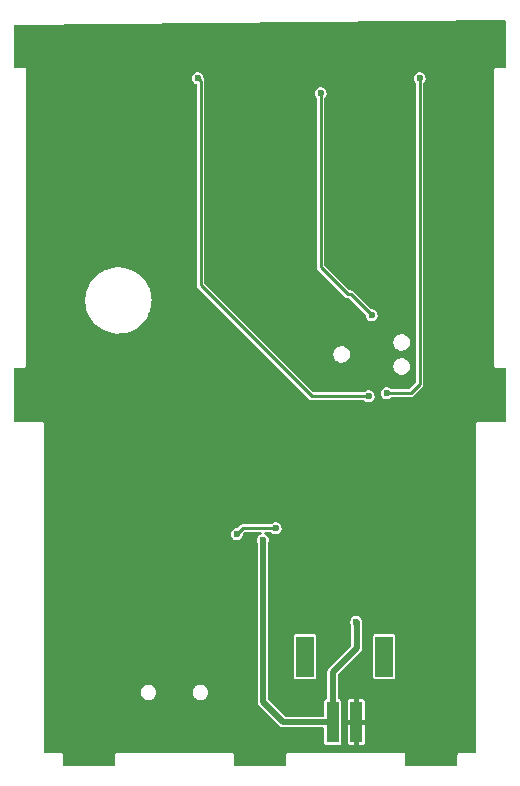
<source format=gbr>
%TF.GenerationSoftware,KiCad,Pcbnew,(5.99.0-10506-gb986797469)*%
%TF.CreationDate,2021-06-08T09:07:57+02:00*%
%TF.ProjectId,quadkey,71756164-6b65-4792-9e6b-696361645f70,rev?*%
%TF.SameCoordinates,Original*%
%TF.FileFunction,Copper,L2,Bot*%
%TF.FilePolarity,Positive*%
%FSLAX46Y46*%
G04 Gerber Fmt 4.6, Leading zero omitted, Abs format (unit mm)*
G04 Created by KiCad (PCBNEW (5.99.0-10506-gb986797469)) date 2021-06-08 09:07:57*
%MOMM*%
%LPD*%
G01*
G04 APERTURE LIST*
%TA.AperFunction,SMDPad,CuDef*%
%ADD10R,1.000000X3.500000*%
%TD*%
%TA.AperFunction,SMDPad,CuDef*%
%ADD11R,1.500000X3.400000*%
%TD*%
%TA.AperFunction,ViaPad*%
%ADD12C,0.600000*%
%TD*%
%TA.AperFunction,Conductor*%
%ADD13C,0.500000*%
%TD*%
%TA.AperFunction,Conductor*%
%ADD14C,0.250000*%
%TD*%
G04 APERTURE END LIST*
D10*
%TO.P,BT1,1,+*%
%TO.N,VBAT*%
X111776000Y-115980000D03*
%TO.P,BT1,2,-*%
%TO.N,GND*%
X113776000Y-115980000D03*
D11*
%TO.P,BT1,M*%
%TO.N,N/C*%
X109426000Y-110430000D03*
%TO.P,BT1,N*%
X116126000Y-110430000D03*
%TD*%
D12*
%TO.N,VBAT*%
X105860000Y-100560000D03*
X113760000Y-107480000D03*
%TO.N,GND*%
X88138000Y-72136000D03*
X108966000Y-97536000D03*
X121820000Y-78380000D03*
X120810000Y-104330000D03*
X98332800Y-116477200D03*
X105426000Y-65031000D03*
X105918000Y-97028000D03*
X94996000Y-98552000D03*
X116586000Y-80264000D03*
X94488000Y-102108000D03*
%TO.N,/mcu/RESET*%
X114808000Y-88392000D03*
X100330000Y-61468000D03*
%TO.N,/mcu/RX*%
X110744000Y-62738000D03*
X115062000Y-81534000D03*
%TO.N,/mcu/TX*%
X119126000Y-61468000D03*
X116332000Y-88138000D03*
%TO.N,Net-(R3-Pad1)*%
X106934000Y-99568000D03*
X103632000Y-100076000D03*
%TD*%
D13*
%TO.N,VBAT*%
X105860000Y-114242000D02*
X107598000Y-115980000D01*
X105860000Y-100560000D02*
X105860000Y-114242000D01*
X107598000Y-115980000D02*
X111776000Y-115980000D01*
X113810000Y-109710000D02*
X111776000Y-111744000D01*
X111776000Y-111744000D02*
X111776000Y-115980000D01*
X113810000Y-107530000D02*
X113810000Y-109710000D01*
X113760000Y-107480000D02*
X113810000Y-107530000D01*
D14*
%TO.N,/mcu/RESET*%
X100584000Y-78994000D02*
X109982000Y-88392000D01*
X100584000Y-61722000D02*
X100584000Y-78994000D01*
X109982000Y-88392000D02*
X114808000Y-88392000D01*
X100330000Y-61468000D02*
X100584000Y-61722000D01*
%TO.N,/mcu/RX*%
X110744000Y-77470000D02*
X110744000Y-62738000D01*
X113030000Y-79756000D02*
X110744000Y-77470000D01*
X113284000Y-79756000D02*
X113030000Y-79756000D01*
X115062000Y-81534000D02*
X113284000Y-79756000D01*
%TO.N,/mcu/TX*%
X118364000Y-88138000D02*
X119126000Y-87376000D01*
X116332000Y-88138000D02*
X118364000Y-88138000D01*
X119126000Y-87376000D02*
X119126000Y-61468000D01*
%TO.N,Net-(R3-Pad1)*%
X104140000Y-99568000D02*
X106934000Y-99568000D01*
X103632000Y-100076000D02*
X104140000Y-99568000D01*
%TD*%
%TA.AperFunction,Conductor*%
%TO.N,GND*%
G36*
X126433498Y-56588674D02*
G01*
X126469887Y-56637862D01*
X126475000Y-56669265D01*
X126475000Y-60476000D01*
X126456093Y-60534191D01*
X126406593Y-60570155D01*
X126376000Y-60575000D01*
X125603081Y-60575000D01*
X125602776Y-60575069D01*
X125601987Y-60575113D01*
X125590732Y-60575103D01*
X125590729Y-60575104D01*
X125579583Y-60575094D01*
X125568697Y-60580321D01*
X125547869Y-60587594D01*
X125546970Y-60587799D01*
X125546969Y-60587799D01*
X125536100Y-60590279D01*
X125527381Y-60597227D01*
X125526874Y-60597631D01*
X125508024Y-60609456D01*
X125497384Y-60614565D01*
X125490423Y-60623269D01*
X125490421Y-60623271D01*
X125489846Y-60623991D01*
X125474231Y-60639580D01*
X125464788Y-60647105D01*
X125459945Y-60657145D01*
X125459943Y-60657148D01*
X125459659Y-60657738D01*
X125447809Y-60676557D01*
X125440435Y-60685778D01*
X125437936Y-60696644D01*
X125437935Y-60696647D01*
X125437729Y-60697543D01*
X125430419Y-60718359D01*
X125430017Y-60719192D01*
X125430016Y-60719195D01*
X125425174Y-60729234D01*
X125425155Y-60751623D01*
X125425109Y-60752425D01*
X125425000Y-60752899D01*
X125425000Y-85796919D01*
X125425069Y-85797224D01*
X125425113Y-85798013D01*
X125425103Y-85809268D01*
X125425104Y-85809271D01*
X125425094Y-85820417D01*
X125429919Y-85830466D01*
X125430320Y-85831300D01*
X125437594Y-85852131D01*
X125440279Y-85863900D01*
X125447227Y-85872619D01*
X125447631Y-85873126D01*
X125459456Y-85891976D01*
X125464565Y-85902616D01*
X125473269Y-85909577D01*
X125473271Y-85909579D01*
X125473991Y-85910154D01*
X125489580Y-85925769D01*
X125497105Y-85935212D01*
X125507145Y-85940055D01*
X125507148Y-85940057D01*
X125507738Y-85940341D01*
X125526557Y-85952191D01*
X125535778Y-85959565D01*
X125546644Y-85962064D01*
X125546647Y-85962065D01*
X125547543Y-85962271D01*
X125568359Y-85969581D01*
X125569192Y-85969983D01*
X125569195Y-85969984D01*
X125579234Y-85974826D01*
X125601631Y-85974845D01*
X125602425Y-85974891D01*
X125602899Y-85975000D01*
X126376000Y-85975000D01*
X126434191Y-85993907D01*
X126470155Y-86043407D01*
X126475000Y-86074000D01*
X126475000Y-90476000D01*
X126456093Y-90534191D01*
X126406593Y-90570155D01*
X126376000Y-90575000D01*
X124103081Y-90575000D01*
X124102776Y-90575069D01*
X124101987Y-90575113D01*
X124090732Y-90575103D01*
X124090729Y-90575104D01*
X124079583Y-90575094D01*
X124068697Y-90580321D01*
X124047869Y-90587594D01*
X124046970Y-90587799D01*
X124046969Y-90587799D01*
X124036100Y-90590279D01*
X124027381Y-90597227D01*
X124026874Y-90597631D01*
X124008024Y-90609456D01*
X123997384Y-90614565D01*
X123990423Y-90623269D01*
X123990421Y-90623271D01*
X123989846Y-90623991D01*
X123974231Y-90639580D01*
X123964788Y-90647105D01*
X123959945Y-90657145D01*
X123959943Y-90657148D01*
X123959659Y-90657738D01*
X123947809Y-90676557D01*
X123940435Y-90685778D01*
X123937936Y-90696644D01*
X123937935Y-90696647D01*
X123937729Y-90697543D01*
X123930419Y-90718359D01*
X123930017Y-90719192D01*
X123930016Y-90719195D01*
X123925174Y-90729234D01*
X123925155Y-90751623D01*
X123925109Y-90752425D01*
X123925000Y-90752899D01*
X123925000Y-118476000D01*
X123906093Y-118534191D01*
X123856593Y-118570155D01*
X123826000Y-118575000D01*
X122503081Y-118575000D01*
X122502776Y-118575069D01*
X122501987Y-118575113D01*
X122490732Y-118575103D01*
X122490729Y-118575104D01*
X122479583Y-118575094D01*
X122468697Y-118580321D01*
X122447869Y-118587594D01*
X122446970Y-118587799D01*
X122446969Y-118587799D01*
X122436100Y-118590279D01*
X122427381Y-118597227D01*
X122426874Y-118597631D01*
X122408024Y-118609456D01*
X122397384Y-118614565D01*
X122390423Y-118623269D01*
X122390421Y-118623271D01*
X122389846Y-118623991D01*
X122374231Y-118639580D01*
X122364788Y-118647105D01*
X122359945Y-118657145D01*
X122359943Y-118657148D01*
X122359659Y-118657738D01*
X122347809Y-118676557D01*
X122340435Y-118685778D01*
X122337936Y-118696644D01*
X122337935Y-118696647D01*
X122337729Y-118697543D01*
X122330419Y-118718359D01*
X122330017Y-118719192D01*
X122330016Y-118719195D01*
X122325174Y-118729234D01*
X122325155Y-118751623D01*
X122325109Y-118752425D01*
X122325000Y-118752899D01*
X122325000Y-119576000D01*
X122306093Y-119634191D01*
X122256593Y-119670155D01*
X122226000Y-119675000D01*
X118024000Y-119675000D01*
X117965809Y-119656093D01*
X117929845Y-119606593D01*
X117925000Y-119576000D01*
X117925000Y-118753081D01*
X117924931Y-118752776D01*
X117924887Y-118751987D01*
X117924897Y-118740732D01*
X117924896Y-118740729D01*
X117924906Y-118729583D01*
X117919679Y-118718697D01*
X117912406Y-118697869D01*
X117912201Y-118696970D01*
X117912201Y-118696969D01*
X117909721Y-118686100D01*
X117902369Y-118676874D01*
X117890544Y-118658024D01*
X117890260Y-118657433D01*
X117885435Y-118647384D01*
X117876731Y-118640423D01*
X117876729Y-118640421D01*
X117876009Y-118639846D01*
X117860420Y-118624231D01*
X117852895Y-118614788D01*
X117842855Y-118609945D01*
X117842852Y-118609943D01*
X117842262Y-118609659D01*
X117823443Y-118597809D01*
X117814222Y-118590435D01*
X117803356Y-118587936D01*
X117803353Y-118587935D01*
X117802457Y-118587729D01*
X117781641Y-118580419D01*
X117780808Y-118580017D01*
X117780805Y-118580016D01*
X117770766Y-118575174D01*
X117748369Y-118575155D01*
X117747575Y-118575109D01*
X117747101Y-118575000D01*
X108003081Y-118575000D01*
X108002776Y-118575069D01*
X108001987Y-118575113D01*
X107990732Y-118575103D01*
X107990729Y-118575104D01*
X107979583Y-118575094D01*
X107968697Y-118580321D01*
X107947869Y-118587594D01*
X107946970Y-118587799D01*
X107946969Y-118587799D01*
X107936100Y-118590279D01*
X107927381Y-118597227D01*
X107926874Y-118597631D01*
X107908024Y-118609456D01*
X107897384Y-118614565D01*
X107890423Y-118623269D01*
X107890421Y-118623271D01*
X107889846Y-118623991D01*
X107874231Y-118639580D01*
X107864788Y-118647105D01*
X107859945Y-118657145D01*
X107859943Y-118657148D01*
X107859659Y-118657738D01*
X107847809Y-118676557D01*
X107840435Y-118685778D01*
X107837936Y-118696644D01*
X107837935Y-118696647D01*
X107837729Y-118697543D01*
X107830419Y-118718359D01*
X107830017Y-118719192D01*
X107830016Y-118719195D01*
X107825174Y-118729234D01*
X107825155Y-118751623D01*
X107825109Y-118752425D01*
X107825000Y-118752899D01*
X107825000Y-119576000D01*
X107806093Y-119634191D01*
X107756593Y-119670155D01*
X107726000Y-119675000D01*
X103524000Y-119675000D01*
X103465809Y-119656093D01*
X103429845Y-119606593D01*
X103425000Y-119576000D01*
X103425000Y-118753081D01*
X103424931Y-118752776D01*
X103424887Y-118751987D01*
X103424897Y-118740732D01*
X103424896Y-118740729D01*
X103424906Y-118729583D01*
X103419679Y-118718697D01*
X103412406Y-118697869D01*
X103412201Y-118696970D01*
X103412201Y-118696969D01*
X103409721Y-118686100D01*
X103402369Y-118676874D01*
X103390544Y-118658024D01*
X103390260Y-118657433D01*
X103385435Y-118647384D01*
X103376731Y-118640423D01*
X103376729Y-118640421D01*
X103376009Y-118639846D01*
X103360420Y-118624231D01*
X103352895Y-118614788D01*
X103342855Y-118609945D01*
X103342852Y-118609943D01*
X103342262Y-118609659D01*
X103323443Y-118597809D01*
X103314222Y-118590435D01*
X103303356Y-118587936D01*
X103303353Y-118587935D01*
X103302457Y-118587729D01*
X103281641Y-118580419D01*
X103280808Y-118580017D01*
X103280805Y-118580016D01*
X103270766Y-118575174D01*
X103248369Y-118575155D01*
X103247575Y-118575109D01*
X103247101Y-118575000D01*
X93503081Y-118575000D01*
X93502776Y-118575069D01*
X93501987Y-118575113D01*
X93490732Y-118575103D01*
X93490729Y-118575104D01*
X93479583Y-118575094D01*
X93468697Y-118580321D01*
X93447869Y-118587594D01*
X93446970Y-118587799D01*
X93446969Y-118587799D01*
X93436100Y-118590279D01*
X93427381Y-118597227D01*
X93426874Y-118597631D01*
X93408024Y-118609456D01*
X93397384Y-118614565D01*
X93390423Y-118623269D01*
X93390421Y-118623271D01*
X93389846Y-118623991D01*
X93374231Y-118639580D01*
X93364788Y-118647105D01*
X93359945Y-118657145D01*
X93359943Y-118657148D01*
X93359659Y-118657738D01*
X93347809Y-118676557D01*
X93340435Y-118685778D01*
X93337936Y-118696644D01*
X93337935Y-118696647D01*
X93337729Y-118697543D01*
X93330419Y-118718359D01*
X93330017Y-118719192D01*
X93330016Y-118719195D01*
X93325174Y-118729234D01*
X93325155Y-118751623D01*
X93325109Y-118752425D01*
X93325000Y-118752899D01*
X93325000Y-119576000D01*
X93306093Y-119634191D01*
X93256593Y-119670155D01*
X93226000Y-119675000D01*
X89024000Y-119675000D01*
X88965809Y-119656093D01*
X88929845Y-119606593D01*
X88925000Y-119576000D01*
X88925000Y-118753081D01*
X88924931Y-118752776D01*
X88924887Y-118751987D01*
X88924897Y-118740732D01*
X88924896Y-118740729D01*
X88924906Y-118729583D01*
X88919679Y-118718697D01*
X88912406Y-118697869D01*
X88912201Y-118696970D01*
X88912201Y-118696969D01*
X88909721Y-118686100D01*
X88902369Y-118676874D01*
X88890544Y-118658024D01*
X88890260Y-118657433D01*
X88885435Y-118647384D01*
X88876731Y-118640423D01*
X88876729Y-118640421D01*
X88876009Y-118639846D01*
X88860420Y-118624231D01*
X88852895Y-118614788D01*
X88842855Y-118609945D01*
X88842852Y-118609943D01*
X88842262Y-118609659D01*
X88823443Y-118597809D01*
X88814222Y-118590435D01*
X88803356Y-118587936D01*
X88803353Y-118587935D01*
X88802457Y-118587729D01*
X88781641Y-118580419D01*
X88780808Y-118580017D01*
X88780805Y-118580016D01*
X88770766Y-118575174D01*
X88748369Y-118575155D01*
X88747575Y-118575109D01*
X88747101Y-118575000D01*
X87424000Y-118575000D01*
X87365809Y-118556093D01*
X87329845Y-118506593D01*
X87325000Y-118476000D01*
X87325000Y-113371817D01*
X95527608Y-113371817D01*
X95527608Y-113537383D01*
X95529156Y-113543414D01*
X95529157Y-113543418D01*
X95546941Y-113612679D01*
X95568783Y-113697746D01*
X95571784Y-113703204D01*
X95645545Y-113837378D01*
X95645548Y-113837382D01*
X95648544Y-113842832D01*
X95652803Y-113847368D01*
X95652805Y-113847370D01*
X95757618Y-113958985D01*
X95757621Y-113958987D01*
X95761881Y-113963524D01*
X95820313Y-114000606D01*
X95896417Y-114048903D01*
X95896420Y-114048905D01*
X95901673Y-114052238D01*
X95907590Y-114054161D01*
X95907593Y-114054162D01*
X95987487Y-114080121D01*
X96059135Y-114103401D01*
X96224373Y-114113797D01*
X96387006Y-114082773D01*
X96498086Y-114030503D01*
X96531179Y-114014931D01*
X96531181Y-114014930D01*
X96536814Y-114012279D01*
X96664384Y-113906743D01*
X96761701Y-113772798D01*
X96822649Y-113618860D01*
X96843400Y-113454600D01*
X96832942Y-113371817D01*
X99921808Y-113371817D01*
X99921808Y-113537383D01*
X99923356Y-113543414D01*
X99923357Y-113543418D01*
X99941141Y-113612679D01*
X99962983Y-113697746D01*
X99965984Y-113703204D01*
X100039745Y-113837378D01*
X100039748Y-113837382D01*
X100042744Y-113842832D01*
X100047003Y-113847368D01*
X100047005Y-113847370D01*
X100151818Y-113958985D01*
X100151821Y-113958987D01*
X100156081Y-113963524D01*
X100214513Y-114000606D01*
X100290617Y-114048903D01*
X100290620Y-114048905D01*
X100295873Y-114052238D01*
X100301790Y-114054161D01*
X100301793Y-114054162D01*
X100381687Y-114080121D01*
X100453335Y-114103401D01*
X100618573Y-114113797D01*
X100781206Y-114082773D01*
X100892286Y-114030503D01*
X100925379Y-114014931D01*
X100925381Y-114014930D01*
X100931014Y-114012279D01*
X101058584Y-113906743D01*
X101155901Y-113772798D01*
X101216849Y-113618860D01*
X101237600Y-113454600D01*
X101216849Y-113290340D01*
X101155901Y-113136402D01*
X101058584Y-113002457D01*
X100931014Y-112896921D01*
X100925381Y-112894270D01*
X100925379Y-112894269D01*
X100842008Y-112855038D01*
X100781206Y-112826427D01*
X100618573Y-112795403D01*
X100453335Y-112805799D01*
X100447410Y-112807724D01*
X100447411Y-112807724D01*
X100301793Y-112855038D01*
X100301790Y-112855039D01*
X100295873Y-112856962D01*
X100290620Y-112860295D01*
X100290617Y-112860297D01*
X100237086Y-112894269D01*
X100156081Y-112945676D01*
X100151821Y-112950213D01*
X100151818Y-112950215D01*
X100106487Y-112998488D01*
X100042744Y-113066368D01*
X100039748Y-113071818D01*
X100039745Y-113071822D01*
X100007011Y-113131366D01*
X99962983Y-113211454D01*
X99961435Y-113217484D01*
X99961434Y-113217486D01*
X99923357Y-113365782D01*
X99923356Y-113365786D01*
X99921808Y-113371817D01*
X96832942Y-113371817D01*
X96822649Y-113290340D01*
X96761701Y-113136402D01*
X96664384Y-113002457D01*
X96536814Y-112896921D01*
X96531181Y-112894270D01*
X96531179Y-112894269D01*
X96447808Y-112855038D01*
X96387006Y-112826427D01*
X96224373Y-112795403D01*
X96059135Y-112805799D01*
X96053210Y-112807724D01*
X96053211Y-112807724D01*
X95907593Y-112855038D01*
X95907590Y-112855039D01*
X95901673Y-112856962D01*
X95896420Y-112860295D01*
X95896417Y-112860297D01*
X95842886Y-112894269D01*
X95761881Y-112945676D01*
X95757621Y-112950213D01*
X95757618Y-112950215D01*
X95712287Y-112998488D01*
X95648544Y-113066368D01*
X95645548Y-113071818D01*
X95645545Y-113071822D01*
X95612811Y-113131366D01*
X95568783Y-113211454D01*
X95567235Y-113217484D01*
X95567234Y-113217486D01*
X95529157Y-113365782D01*
X95529156Y-113365786D01*
X95527608Y-113371817D01*
X87325000Y-113371817D01*
X87325000Y-100069824D01*
X103126538Y-100069824D01*
X103127453Y-100076822D01*
X103140824Y-100179074D01*
X103145121Y-100211939D01*
X103147962Y-100218395D01*
X103147962Y-100218396D01*
X103149870Y-100222731D01*
X103202845Y-100343126D01*
X103295068Y-100452838D01*
X103300939Y-100456746D01*
X103300940Y-100456747D01*
X103313235Y-100464931D01*
X103414377Y-100532257D01*
X103421104Y-100534359D01*
X103421107Y-100534360D01*
X103544448Y-100572894D01*
X103544449Y-100572894D01*
X103551180Y-100574997D01*
X103622831Y-100576311D01*
X103687427Y-100577495D01*
X103687429Y-100577495D01*
X103694481Y-100577624D01*
X103701284Y-100575769D01*
X103701286Y-100575769D01*
X103773033Y-100556208D01*
X103832758Y-100539925D01*
X103954897Y-100464931D01*
X103990945Y-100425106D01*
X104046346Y-100363900D01*
X104046346Y-100363899D01*
X104051078Y-100358672D01*
X104113570Y-100229689D01*
X104116557Y-100211939D01*
X104136715Y-100092120D01*
X104136715Y-100092117D01*
X104137349Y-100088350D01*
X104137500Y-100076000D01*
X104138034Y-100076007D01*
X104152462Y-100019303D01*
X104166161Y-100002166D01*
X104245831Y-99922496D01*
X104300348Y-99894719D01*
X104315835Y-99893500D01*
X105664428Y-99893500D01*
X105722619Y-99912407D01*
X105758583Y-99961907D01*
X105758583Y-100023093D01*
X105722619Y-100072593D01*
X105691633Y-100087689D01*
X105660369Y-100096624D01*
X105660367Y-100096625D01*
X105653589Y-100098562D01*
X105532375Y-100175042D01*
X105437499Y-100282469D01*
X105376588Y-100412206D01*
X105354538Y-100553824D01*
X105355453Y-100560822D01*
X105357408Y-100575769D01*
X105373121Y-100695939D01*
X105375962Y-100702395D01*
X105375962Y-100702396D01*
X105401116Y-100759562D01*
X105409500Y-100799434D01*
X105409500Y-114210123D01*
X105408814Y-114221759D01*
X105404725Y-114256308D01*
X105406054Y-114263585D01*
X105406054Y-114263588D01*
X105415337Y-114314414D01*
X105415846Y-114317471D01*
X105424636Y-114375935D01*
X105427761Y-114382443D01*
X105429058Y-114389545D01*
X105432469Y-114396111D01*
X105432469Y-114396112D01*
X105456293Y-114441975D01*
X105457682Y-114444754D01*
X105483265Y-114498029D01*
X105487368Y-114502468D01*
X105488892Y-114504729D01*
X105491493Y-114509736D01*
X105496525Y-114515628D01*
X105534951Y-114554054D01*
X105537644Y-114556856D01*
X105575202Y-114597486D01*
X105581077Y-114600899D01*
X105587958Y-114607061D01*
X107256915Y-116276018D01*
X107264651Y-116284724D01*
X107286189Y-116312045D01*
X107334819Y-116345655D01*
X107337310Y-116347436D01*
X107378903Y-116378158D01*
X107378907Y-116378160D01*
X107384857Y-116382555D01*
X107391669Y-116384947D01*
X107397608Y-116389052D01*
X107404669Y-116391285D01*
X107453933Y-116406865D01*
X107456885Y-116407850D01*
X107505661Y-116424979D01*
X107505665Y-116424980D01*
X107512648Y-116427432D01*
X107518689Y-116427669D01*
X107521365Y-116428191D01*
X107526744Y-116429892D01*
X107532365Y-116430334D01*
X107532368Y-116430335D01*
X107532454Y-116430341D01*
X107534469Y-116430500D01*
X107588787Y-116430500D01*
X107592673Y-116430576D01*
X107640590Y-116432459D01*
X107640593Y-116432459D01*
X107647984Y-116432749D01*
X107654551Y-116431008D01*
X107663776Y-116430500D01*
X110971500Y-116430500D01*
X111029691Y-116449407D01*
X111065655Y-116498907D01*
X111070500Y-116529500D01*
X111070500Y-117730000D01*
X111086143Y-117808641D01*
X111130690Y-117875310D01*
X111197359Y-117919857D01*
X111206922Y-117921759D01*
X111206924Y-117921760D01*
X111232047Y-117926757D01*
X111276000Y-117935500D01*
X112276000Y-117935500D01*
X112319953Y-117926757D01*
X112345076Y-117921760D01*
X112345078Y-117921759D01*
X112354641Y-117919857D01*
X112421310Y-117875310D01*
X112465857Y-117808641D01*
X112481500Y-117730000D01*
X112481500Y-116188243D01*
X113071000Y-116188243D01*
X113071000Y-117725142D01*
X113071948Y-117734763D01*
X113084703Y-117798888D01*
X113092022Y-117816557D01*
X113125624Y-117866847D01*
X113139153Y-117880376D01*
X113189443Y-117913978D01*
X113207112Y-117921297D01*
X113271237Y-117934052D01*
X113280858Y-117935000D01*
X113560320Y-117935000D01*
X113573005Y-117930878D01*
X113576000Y-117926757D01*
X113576000Y-116195680D01*
X113573583Y-116188243D01*
X113976000Y-116188243D01*
X113976000Y-117919320D01*
X113980122Y-117932005D01*
X113984243Y-117935000D01*
X114271142Y-117935000D01*
X114280763Y-117934052D01*
X114344888Y-117921297D01*
X114362557Y-117913978D01*
X114412847Y-117880376D01*
X114426376Y-117866847D01*
X114459978Y-117816557D01*
X114467297Y-117798888D01*
X114480052Y-117734763D01*
X114481000Y-117725142D01*
X114481000Y-116195680D01*
X114476878Y-116182995D01*
X114472757Y-116180000D01*
X113991680Y-116180000D01*
X113978995Y-116184122D01*
X113976000Y-116188243D01*
X113573583Y-116188243D01*
X113571878Y-116182995D01*
X113567757Y-116180000D01*
X113086680Y-116180000D01*
X113073995Y-116184122D01*
X113071000Y-116188243D01*
X112481500Y-116188243D01*
X112481500Y-114234858D01*
X113071000Y-114234858D01*
X113071000Y-115764320D01*
X113075122Y-115777005D01*
X113079243Y-115780000D01*
X113560320Y-115780000D01*
X113573005Y-115775878D01*
X113576000Y-115771757D01*
X113576000Y-114040680D01*
X113573583Y-114033243D01*
X113976000Y-114033243D01*
X113976000Y-115764320D01*
X113980122Y-115777005D01*
X113984243Y-115780000D01*
X114465320Y-115780000D01*
X114478005Y-115775878D01*
X114481000Y-115771757D01*
X114481000Y-114234858D01*
X114480052Y-114225237D01*
X114467297Y-114161112D01*
X114459978Y-114143443D01*
X114426376Y-114093153D01*
X114412847Y-114079624D01*
X114362557Y-114046022D01*
X114344888Y-114038703D01*
X114280763Y-114025948D01*
X114271142Y-114025000D01*
X113991680Y-114025000D01*
X113978995Y-114029122D01*
X113976000Y-114033243D01*
X113573583Y-114033243D01*
X113571878Y-114027995D01*
X113567757Y-114025000D01*
X113280858Y-114025000D01*
X113271237Y-114025948D01*
X113207112Y-114038703D01*
X113189443Y-114046022D01*
X113139153Y-114079624D01*
X113125624Y-114093153D01*
X113092022Y-114143443D01*
X113084703Y-114161112D01*
X113071948Y-114225237D01*
X113071000Y-114234858D01*
X112481500Y-114234858D01*
X112481500Y-114230000D01*
X112465857Y-114151359D01*
X112421310Y-114084690D01*
X112354641Y-114040143D01*
X112345075Y-114038240D01*
X112345072Y-114038239D01*
X112306185Y-114030503D01*
X112252801Y-114000606D01*
X112227186Y-113945041D01*
X112226500Y-113933406D01*
X112226500Y-111971611D01*
X112245407Y-111913420D01*
X112255496Y-111901607D01*
X114106018Y-110051085D01*
X114114724Y-110043349D01*
X114142045Y-110021811D01*
X114175655Y-109973181D01*
X114177436Y-109970690D01*
X114208158Y-109929097D01*
X114208160Y-109929093D01*
X114212555Y-109923143D01*
X114214947Y-109916331D01*
X114219052Y-109910392D01*
X114236875Y-109854035D01*
X114237843Y-109851132D01*
X114257431Y-109795352D01*
X114257668Y-109789319D01*
X114258191Y-109786634D01*
X114259892Y-109781256D01*
X114260500Y-109773531D01*
X114260500Y-109719203D01*
X114260576Y-109715316D01*
X114262458Y-109667410D01*
X114262749Y-109660016D01*
X114261008Y-109653449D01*
X114260500Y-109644224D01*
X114260500Y-108730000D01*
X115170500Y-108730000D01*
X115170500Y-112130000D01*
X115186143Y-112208641D01*
X115230690Y-112275310D01*
X115297359Y-112319857D01*
X115306922Y-112321759D01*
X115306924Y-112321760D01*
X115332200Y-112326787D01*
X115376000Y-112335500D01*
X116876000Y-112335500D01*
X116919800Y-112326787D01*
X116945076Y-112321760D01*
X116945078Y-112321759D01*
X116954641Y-112319857D01*
X117021310Y-112275310D01*
X117065857Y-112208641D01*
X117081500Y-112130000D01*
X117081500Y-108730000D01*
X117065857Y-108651359D01*
X117021310Y-108584690D01*
X116954641Y-108540143D01*
X116945078Y-108538241D01*
X116945076Y-108538240D01*
X116919800Y-108533213D01*
X116876000Y-108524500D01*
X115376000Y-108524500D01*
X115332200Y-108533213D01*
X115306924Y-108538240D01*
X115306922Y-108538241D01*
X115297359Y-108540143D01*
X115230690Y-108584690D01*
X115186143Y-108651359D01*
X115170500Y-108730000D01*
X114260500Y-108730000D01*
X114260500Y-107561878D01*
X114261186Y-107550242D01*
X114264405Y-107523041D01*
X114265275Y-107515693D01*
X114264114Y-107509337D01*
X114264394Y-107499681D01*
X114264713Y-107496131D01*
X114265349Y-107492350D01*
X114265500Y-107480000D01*
X114245182Y-107338123D01*
X114185860Y-107207651D01*
X114092303Y-107099074D01*
X113972033Y-107021118D01*
X113965275Y-107019097D01*
X113965273Y-107019096D01*
X113841479Y-106982074D01*
X113834718Y-106980052D01*
X113748694Y-106979527D01*
X113698448Y-106979220D01*
X113691396Y-106979177D01*
X113684620Y-106981114D01*
X113684617Y-106981114D01*
X113560369Y-107016624D01*
X113560367Y-107016625D01*
X113553589Y-107018562D01*
X113432375Y-107095042D01*
X113337499Y-107202469D01*
X113276588Y-107332206D01*
X113254538Y-107473824D01*
X113273121Y-107615939D01*
X113330845Y-107747126D01*
X113335383Y-107752525D01*
X113335384Y-107752526D01*
X113336281Y-107753593D01*
X113336715Y-107754664D01*
X113339110Y-107758512D01*
X113338442Y-107758928D01*
X113359253Y-107810303D01*
X113359500Y-107817297D01*
X113359500Y-109482388D01*
X113340593Y-109540579D01*
X113330504Y-109552392D01*
X111479977Y-111402919D01*
X111471262Y-111410661D01*
X111443955Y-111432189D01*
X111439747Y-111438278D01*
X111410369Y-111480783D01*
X111408562Y-111483312D01*
X111373445Y-111530858D01*
X111371054Y-111537668D01*
X111366948Y-111543608D01*
X111364717Y-111550661D01*
X111364715Y-111550666D01*
X111349127Y-111599957D01*
X111348160Y-111602856D01*
X111328568Y-111658648D01*
X111328331Y-111664688D01*
X111327809Y-111667367D01*
X111326108Y-111672744D01*
X111325500Y-111680469D01*
X111325500Y-111734787D01*
X111325424Y-111738673D01*
X111323251Y-111793984D01*
X111324992Y-111800551D01*
X111325500Y-111809776D01*
X111325500Y-113933406D01*
X111306593Y-113991597D01*
X111257093Y-114027561D01*
X111245815Y-114030503D01*
X111206928Y-114038239D01*
X111206925Y-114038240D01*
X111197359Y-114040143D01*
X111130690Y-114084690D01*
X111086143Y-114151359D01*
X111070500Y-114230000D01*
X111070500Y-115430500D01*
X111051593Y-115488691D01*
X111002093Y-115524655D01*
X110971500Y-115529500D01*
X107825612Y-115529500D01*
X107767421Y-115510593D01*
X107755608Y-115500504D01*
X106339496Y-114084392D01*
X106311719Y-114029875D01*
X106310500Y-114014388D01*
X106310500Y-108730000D01*
X108470500Y-108730000D01*
X108470500Y-112130000D01*
X108486143Y-112208641D01*
X108530690Y-112275310D01*
X108597359Y-112319857D01*
X108606922Y-112321759D01*
X108606924Y-112321760D01*
X108632200Y-112326787D01*
X108676000Y-112335500D01*
X110176000Y-112335500D01*
X110219800Y-112326787D01*
X110245076Y-112321760D01*
X110245078Y-112321759D01*
X110254641Y-112319857D01*
X110321310Y-112275310D01*
X110365857Y-112208641D01*
X110381500Y-112130000D01*
X110381500Y-108730000D01*
X110365857Y-108651359D01*
X110321310Y-108584690D01*
X110254641Y-108540143D01*
X110245078Y-108538241D01*
X110245076Y-108538240D01*
X110219800Y-108533213D01*
X110176000Y-108524500D01*
X108676000Y-108524500D01*
X108632200Y-108533213D01*
X108606924Y-108538240D01*
X108606922Y-108538241D01*
X108597359Y-108540143D01*
X108530690Y-108584690D01*
X108486143Y-108651359D01*
X108470500Y-108730000D01*
X106310500Y-108730000D01*
X106310500Y-100800537D01*
X106320406Y-100757371D01*
X106338494Y-100720038D01*
X106338494Y-100720037D01*
X106341570Y-100713689D01*
X106344557Y-100695939D01*
X106364715Y-100576120D01*
X106364715Y-100576117D01*
X106365349Y-100572350D01*
X106365500Y-100560000D01*
X106345182Y-100418123D01*
X106320529Y-100363900D01*
X106288780Y-100294073D01*
X106288780Y-100294072D01*
X106285860Y-100287651D01*
X106192303Y-100179074D01*
X106072033Y-100101118D01*
X106065275Y-100099097D01*
X106065273Y-100099096D01*
X106025993Y-100087349D01*
X105975659Y-100052561D01*
X105955386Y-99994832D01*
X105972918Y-99936212D01*
X106021557Y-99899092D01*
X106054359Y-99893500D01*
X106507802Y-99893500D01*
X106565993Y-99912407D01*
X106583585Y-99928798D01*
X106592529Y-99939439D01*
X106592532Y-99939441D01*
X106597068Y-99944838D01*
X106602939Y-99948746D01*
X106602940Y-99948747D01*
X106615235Y-99956931D01*
X106716377Y-100024257D01*
X106723104Y-100026359D01*
X106723107Y-100026360D01*
X106846448Y-100064894D01*
X106846449Y-100064894D01*
X106853180Y-100066997D01*
X106924830Y-100068310D01*
X106989427Y-100069495D01*
X106989429Y-100069495D01*
X106996481Y-100069624D01*
X107003284Y-100067769D01*
X107003286Y-100067769D01*
X107059067Y-100052561D01*
X107134758Y-100031925D01*
X107256897Y-99956931D01*
X107353078Y-99850672D01*
X107415570Y-99721689D01*
X107421360Y-99687279D01*
X107438715Y-99584120D01*
X107438715Y-99584117D01*
X107439349Y-99580350D01*
X107439500Y-99568000D01*
X107419182Y-99426123D01*
X107384920Y-99350766D01*
X107362780Y-99302073D01*
X107362780Y-99302072D01*
X107359860Y-99295651D01*
X107266303Y-99187074D01*
X107146033Y-99109118D01*
X107139275Y-99107097D01*
X107139273Y-99107096D01*
X107015479Y-99070074D01*
X107008718Y-99068052D01*
X106922694Y-99067527D01*
X106872448Y-99067220D01*
X106865396Y-99067177D01*
X106858620Y-99069114D01*
X106858617Y-99069114D01*
X106734369Y-99104624D01*
X106734367Y-99104625D01*
X106727589Y-99106562D01*
X106606375Y-99183042D01*
X106601708Y-99188326D01*
X106601706Y-99188328D01*
X106583420Y-99209034D01*
X106530729Y-99240134D01*
X106509216Y-99242500D01*
X104158284Y-99242500D01*
X104149656Y-99242123D01*
X104148525Y-99242024D01*
X104111194Y-99238758D01*
X104073658Y-99248816D01*
X104065233Y-99250683D01*
X104051800Y-99253052D01*
X104035490Y-99255928D01*
X104035489Y-99255928D01*
X104026962Y-99257432D01*
X104019463Y-99261761D01*
X104013994Y-99263752D01*
X104008694Y-99266224D01*
X104000325Y-99268466D01*
X103993230Y-99273434D01*
X103993228Y-99273435D01*
X103968497Y-99290752D01*
X103961215Y-99295391D01*
X103927559Y-99314822D01*
X103902742Y-99344398D01*
X103896907Y-99350766D01*
X103701081Y-99546592D01*
X103646564Y-99574369D01*
X103630473Y-99575586D01*
X103570448Y-99575220D01*
X103563396Y-99575177D01*
X103556620Y-99577114D01*
X103556617Y-99577114D01*
X103432369Y-99612624D01*
X103432367Y-99612625D01*
X103425589Y-99614562D01*
X103304375Y-99691042D01*
X103209499Y-99798469D01*
X103148588Y-99928206D01*
X103126538Y-100069824D01*
X87325000Y-100069824D01*
X87325000Y-90753081D01*
X87324931Y-90752776D01*
X87324887Y-90751987D01*
X87324897Y-90740732D01*
X87324896Y-90740729D01*
X87324906Y-90729583D01*
X87319679Y-90718697D01*
X87312406Y-90697869D01*
X87312201Y-90696970D01*
X87312201Y-90696969D01*
X87309721Y-90686100D01*
X87302369Y-90676874D01*
X87290544Y-90658024D01*
X87290260Y-90657433D01*
X87285435Y-90647384D01*
X87276731Y-90640423D01*
X87276729Y-90640421D01*
X87276009Y-90639846D01*
X87260420Y-90624231D01*
X87252895Y-90614788D01*
X87242855Y-90609945D01*
X87242852Y-90609943D01*
X87242262Y-90609659D01*
X87223443Y-90597809D01*
X87214222Y-90590435D01*
X87203356Y-90587936D01*
X87203353Y-90587935D01*
X87202457Y-90587729D01*
X87181641Y-90580419D01*
X87180808Y-90580017D01*
X87180805Y-90580016D01*
X87170766Y-90575174D01*
X87148369Y-90575155D01*
X87147575Y-90575109D01*
X87147101Y-90575000D01*
X84874000Y-90575000D01*
X84815809Y-90556093D01*
X84779845Y-90506593D01*
X84775000Y-90476000D01*
X84775000Y-86074000D01*
X84793907Y-86015809D01*
X84843407Y-85979845D01*
X84874000Y-85975000D01*
X85646919Y-85975000D01*
X85647224Y-85974931D01*
X85648013Y-85974887D01*
X85659268Y-85974897D01*
X85659271Y-85974896D01*
X85670417Y-85974906D01*
X85681303Y-85969679D01*
X85702131Y-85962406D01*
X85703030Y-85962201D01*
X85703031Y-85962201D01*
X85713900Y-85959721D01*
X85723126Y-85952369D01*
X85741976Y-85940544D01*
X85752616Y-85935435D01*
X85759577Y-85926731D01*
X85759579Y-85926729D01*
X85760154Y-85926009D01*
X85775769Y-85910420D01*
X85785212Y-85902895D01*
X85790055Y-85892855D01*
X85790057Y-85892852D01*
X85790341Y-85892262D01*
X85802191Y-85873443D01*
X85809565Y-85864222D01*
X85812064Y-85853356D01*
X85812065Y-85853353D01*
X85812271Y-85852457D01*
X85819581Y-85831641D01*
X85819983Y-85830808D01*
X85819984Y-85830805D01*
X85824826Y-85820766D01*
X85824845Y-85798369D01*
X85824891Y-85797575D01*
X85825000Y-85797101D01*
X85825000Y-80319059D01*
X90820346Y-80319059D01*
X90820561Y-80321947D01*
X90824868Y-80379905D01*
X90835062Y-80517081D01*
X90844640Y-80645979D01*
X90845189Y-80648819D01*
X90845190Y-80648823D01*
X90881434Y-80836153D01*
X90906911Y-80967832D01*
X91006307Y-81280222D01*
X91141471Y-81578882D01*
X91196292Y-81669939D01*
X91309065Y-81857255D01*
X91309071Y-81857264D01*
X91310557Y-81859732D01*
X91312323Y-81862013D01*
X91312330Y-81862023D01*
X91509476Y-82116641D01*
X91511255Y-82118938D01*
X91513284Y-82121007D01*
X91513289Y-82121012D01*
X91596442Y-82205776D01*
X91740824Y-82352957D01*
X91996128Y-82558594D01*
X92273681Y-82733040D01*
X92427863Y-82806416D01*
X92567078Y-82872670D01*
X92567086Y-82872673D01*
X92569691Y-82873913D01*
X92880115Y-82979288D01*
X93200713Y-83047725D01*
X93527107Y-83078291D01*
X93529997Y-83078223D01*
X93530000Y-83078223D01*
X93851955Y-83070636D01*
X93851956Y-83070636D01*
X93854838Y-83070568D01*
X93944764Y-83057850D01*
X94176567Y-83025066D01*
X94176571Y-83025065D01*
X94179429Y-83024661D01*
X94283225Y-82997334D01*
X94493661Y-82941931D01*
X94493669Y-82941928D01*
X94496447Y-82941197D01*
X94801563Y-82821316D01*
X95090608Y-82666656D01*
X95092972Y-82665010D01*
X95092980Y-82665005D01*
X95357258Y-82480985D01*
X95357260Y-82480983D01*
X95359636Y-82479329D01*
X95604970Y-82261893D01*
X95655057Y-82205776D01*
X95821334Y-82019478D01*
X95821335Y-82019477D01*
X95823260Y-82017320D01*
X95824913Y-82014963D01*
X95824919Y-82014956D01*
X96009868Y-81751310D01*
X96011525Y-81748948D01*
X96044579Y-81687689D01*
X96103287Y-81578882D01*
X96167193Y-81460444D01*
X96243552Y-81268073D01*
X96287070Y-81158440D01*
X96287071Y-81158438D01*
X96288138Y-81155749D01*
X96310208Y-81073096D01*
X96371962Y-80841823D01*
X96371963Y-80841817D01*
X96372709Y-80839024D01*
X96419749Y-80514594D01*
X96430000Y-80275000D01*
X96410844Y-79947739D01*
X96353636Y-79624947D01*
X96299608Y-79445432D01*
X96259995Y-79313811D01*
X96259992Y-79313803D01*
X96259159Y-79311035D01*
X96128703Y-79010288D01*
X95964050Y-78726817D01*
X95767448Y-78464491D01*
X95541583Y-78226895D01*
X95323578Y-78045582D01*
X95291773Y-78019130D01*
X95291771Y-78019129D01*
X95289540Y-78017273D01*
X95066435Y-77872110D01*
X95017183Y-77840064D01*
X95017180Y-77840062D01*
X95014762Y-77838489D01*
X95012178Y-77837209D01*
X94723588Y-77694265D01*
X94723583Y-77694263D01*
X94721001Y-77692984D01*
X94447832Y-77595444D01*
X94414984Y-77583715D01*
X94414983Y-77583715D01*
X94412270Y-77582746D01*
X94092786Y-77509281D01*
X94089919Y-77508967D01*
X94089913Y-77508966D01*
X93895956Y-77487725D01*
X93766913Y-77473592D01*
X93592824Y-77474959D01*
X93441993Y-77476144D01*
X93441988Y-77476144D01*
X93439102Y-77476167D01*
X93436233Y-77476527D01*
X93436231Y-77476527D01*
X93191968Y-77507168D01*
X93113829Y-77516970D01*
X92795539Y-77595444D01*
X92792835Y-77596458D01*
X92792834Y-77596458D01*
X92563474Y-77682441D01*
X92488578Y-77710518D01*
X92197139Y-77860619D01*
X92194746Y-77862230D01*
X92194736Y-77862236D01*
X91927606Y-78042079D01*
X91925203Y-78043697D01*
X91676483Y-78257252D01*
X91454378Y-78498367D01*
X91261921Y-78763748D01*
X91260503Y-78766280D01*
X91116842Y-79022805D01*
X91101740Y-79049771D01*
X91100633Y-79052436D01*
X91100631Y-79052441D01*
X91041690Y-79194388D01*
X90976024Y-79352529D01*
X90886490Y-79667887D01*
X90886029Y-79670751D01*
X90841415Y-79947739D01*
X90834360Y-79991537D01*
X90834236Y-79994428D01*
X90834236Y-79994431D01*
X90829702Y-80100407D01*
X90820346Y-80319059D01*
X85825000Y-80319059D01*
X85825000Y-61461824D01*
X99824538Y-61461824D01*
X99825453Y-61468822D01*
X99830132Y-61504601D01*
X99843121Y-61603939D01*
X99845962Y-61610395D01*
X99845962Y-61610396D01*
X99878715Y-61684831D01*
X99900845Y-61735126D01*
X99993068Y-61844838D01*
X100112377Y-61924257D01*
X100189023Y-61948203D01*
X100238927Y-61983602D01*
X100258500Y-62042698D01*
X100258500Y-78975715D01*
X100258123Y-78984344D01*
X100254758Y-79022805D01*
X100256999Y-79031168D01*
X100264816Y-79060342D01*
X100266685Y-79068774D01*
X100273432Y-79107038D01*
X100277763Y-79114539D01*
X100279757Y-79120017D01*
X100282223Y-79125306D01*
X100284465Y-79133675D01*
X100289433Y-79140771D01*
X100289434Y-79140772D01*
X100306758Y-79165514D01*
X100311396Y-79172795D01*
X100330822Y-79206441D01*
X100360398Y-79231258D01*
X100366766Y-79237093D01*
X109738907Y-88609234D01*
X109744741Y-88615601D01*
X109769559Y-88645178D01*
X109777060Y-88649508D01*
X109777059Y-88649508D01*
X109803204Y-88664603D01*
X109810486Y-88669242D01*
X109825708Y-88679900D01*
X109842325Y-88691535D01*
X109850694Y-88693777D01*
X109855983Y-88696243D01*
X109861461Y-88698237D01*
X109868962Y-88702568D01*
X109877490Y-88704072D01*
X109877491Y-88704072D01*
X109907226Y-88709315D01*
X109915658Y-88711184D01*
X109953195Y-88721242D01*
X109991656Y-88717877D01*
X110000285Y-88717500D01*
X114381802Y-88717500D01*
X114439993Y-88736407D01*
X114457585Y-88752798D01*
X114466529Y-88763439D01*
X114466532Y-88763441D01*
X114471068Y-88768838D01*
X114476939Y-88772746D01*
X114476940Y-88772747D01*
X114489235Y-88780931D01*
X114590377Y-88848257D01*
X114597104Y-88850359D01*
X114597107Y-88850360D01*
X114720448Y-88888894D01*
X114720449Y-88888894D01*
X114727180Y-88890997D01*
X114798830Y-88892310D01*
X114863427Y-88893495D01*
X114863429Y-88893495D01*
X114870481Y-88893624D01*
X114877284Y-88891769D01*
X114877286Y-88891769D01*
X114924065Y-88879015D01*
X115008758Y-88855925D01*
X115130897Y-88780931D01*
X115195721Y-88709315D01*
X115222346Y-88679900D01*
X115222346Y-88679899D01*
X115227078Y-88674672D01*
X115289570Y-88545689D01*
X115294761Y-88514838D01*
X115312715Y-88408120D01*
X115312715Y-88408117D01*
X115313349Y-88404350D01*
X115313419Y-88398670D01*
X115313453Y-88395826D01*
X115313500Y-88392000D01*
X115293182Y-88250123D01*
X115239395Y-88131824D01*
X115826538Y-88131824D01*
X115845121Y-88273939D01*
X115847962Y-88280395D01*
X115847962Y-88280396D01*
X115896708Y-88391178D01*
X115902845Y-88405126D01*
X115907382Y-88410523D01*
X115907383Y-88410525D01*
X115951914Y-88463500D01*
X115995068Y-88514838D01*
X116000939Y-88518746D01*
X116000940Y-88518747D01*
X116013235Y-88526931D01*
X116114377Y-88594257D01*
X116121104Y-88596359D01*
X116121107Y-88596360D01*
X116244448Y-88634894D01*
X116244449Y-88634894D01*
X116251180Y-88636997D01*
X116322831Y-88638311D01*
X116387427Y-88639495D01*
X116387429Y-88639495D01*
X116394481Y-88639624D01*
X116401284Y-88637769D01*
X116401286Y-88637769D01*
X116448065Y-88625015D01*
X116532758Y-88601925D01*
X116654897Y-88526931D01*
X116682837Y-88496063D01*
X116735904Y-88465610D01*
X116756234Y-88463500D01*
X118345715Y-88463500D01*
X118354344Y-88463877D01*
X118392805Y-88467242D01*
X118430342Y-88457184D01*
X118438774Y-88455315D01*
X118468509Y-88450072D01*
X118468510Y-88450072D01*
X118477038Y-88448568D01*
X118484539Y-88444237D01*
X118490017Y-88442243D01*
X118495306Y-88439777D01*
X118503675Y-88437535D01*
X118510772Y-88432566D01*
X118535514Y-88415242D01*
X118542796Y-88410603D01*
X118547097Y-88408120D01*
X118576441Y-88391178D01*
X118582008Y-88384544D01*
X118582011Y-88384541D01*
X118601260Y-88361601D01*
X118607094Y-88355233D01*
X119343228Y-87619098D01*
X119349596Y-87613263D01*
X119372543Y-87594009D01*
X119372545Y-87594007D01*
X119379178Y-87588441D01*
X119398610Y-87554784D01*
X119403249Y-87547503D01*
X119420566Y-87522771D01*
X119425535Y-87515675D01*
X119427777Y-87507307D01*
X119430244Y-87502018D01*
X119432239Y-87496536D01*
X119436568Y-87489038D01*
X119443314Y-87450782D01*
X119445183Y-87442352D01*
X119453002Y-87413172D01*
X119453002Y-87413167D01*
X119455243Y-87404805D01*
X119451877Y-87366335D01*
X119451500Y-87357707D01*
X119451500Y-61892206D01*
X119470407Y-61834015D01*
X119477103Y-61825769D01*
X119540346Y-61755900D01*
X119540346Y-61755899D01*
X119545078Y-61750672D01*
X119607570Y-61621689D01*
X119609712Y-61608962D01*
X119630715Y-61484120D01*
X119630715Y-61484117D01*
X119631349Y-61480350D01*
X119631500Y-61468000D01*
X119611182Y-61326123D01*
X119551860Y-61195651D01*
X119458303Y-61087074D01*
X119338033Y-61009118D01*
X119331275Y-61007097D01*
X119331273Y-61007096D01*
X119207479Y-60970074D01*
X119200718Y-60968052D01*
X119114694Y-60967527D01*
X119064448Y-60967220D01*
X119057396Y-60967177D01*
X119050620Y-60969114D01*
X119050617Y-60969114D01*
X118926369Y-61004624D01*
X118926367Y-61004625D01*
X118919589Y-61006562D01*
X118798375Y-61083042D01*
X118703499Y-61190469D01*
X118642588Y-61320206D01*
X118620538Y-61461824D01*
X118621453Y-61468822D01*
X118626132Y-61504601D01*
X118639121Y-61603939D01*
X118641962Y-61610395D01*
X118641962Y-61610396D01*
X118674715Y-61684831D01*
X118696845Y-61735126D01*
X118701382Y-61740523D01*
X118701383Y-61740525D01*
X118777283Y-61830818D01*
X118800253Y-61887528D01*
X118800500Y-61894520D01*
X118800500Y-87200166D01*
X118781593Y-87258357D01*
X118771504Y-87270170D01*
X118258169Y-87783504D01*
X118203652Y-87811281D01*
X118188165Y-87812500D01*
X116757439Y-87812500D01*
X116699248Y-87793593D01*
X116682446Y-87778129D01*
X116664303Y-87757074D01*
X116544033Y-87679118D01*
X116537275Y-87677097D01*
X116537273Y-87677096D01*
X116413479Y-87640074D01*
X116406718Y-87638052D01*
X116320694Y-87637527D01*
X116270448Y-87637220D01*
X116263396Y-87637177D01*
X116256620Y-87639114D01*
X116256617Y-87639114D01*
X116132369Y-87674624D01*
X116132367Y-87674625D01*
X116125589Y-87676562D01*
X116004375Y-87753042D01*
X115909499Y-87860469D01*
X115848588Y-87990206D01*
X115826538Y-88131824D01*
X115239395Y-88131824D01*
X115233860Y-88119651D01*
X115140303Y-88011074D01*
X115020033Y-87933118D01*
X115013275Y-87931097D01*
X115013273Y-87931096D01*
X114889479Y-87894074D01*
X114882718Y-87892052D01*
X114796694Y-87891527D01*
X114746448Y-87891220D01*
X114739396Y-87891177D01*
X114732620Y-87893114D01*
X114732617Y-87893114D01*
X114608369Y-87928624D01*
X114608367Y-87928625D01*
X114601589Y-87930562D01*
X114480375Y-88007042D01*
X114475708Y-88012326D01*
X114475706Y-88012328D01*
X114457420Y-88033034D01*
X114404729Y-88064134D01*
X114383216Y-88066500D01*
X110157835Y-88066500D01*
X110099644Y-88047593D01*
X110087831Y-88037504D01*
X107894988Y-85844661D01*
X116901238Y-85844661D01*
X116901893Y-85850594D01*
X116901893Y-85850598D01*
X116914497Y-85964758D01*
X116919716Y-86012028D01*
X116921768Y-86017635D01*
X116942395Y-86074000D01*
X116977583Y-86170157D01*
X117071498Y-86309917D01*
X117075910Y-86313932D01*
X117075913Y-86313935D01*
X117191622Y-86419222D01*
X117196040Y-86423242D01*
X117344018Y-86503587D01*
X117349787Y-86505101D01*
X117349791Y-86505102D01*
X117501112Y-86544800D01*
X117506891Y-86546316D01*
X117512860Y-86546410D01*
X117512862Y-86546410D01*
X117573871Y-86547368D01*
X117675254Y-86548961D01*
X117693422Y-86544800D01*
X117833569Y-86512702D01*
X117833571Y-86512701D01*
X117839388Y-86511369D01*
X117854861Y-86503587D01*
X117984491Y-86438390D01*
X117984493Y-86438389D01*
X117989817Y-86435711D01*
X117994353Y-86431837D01*
X118113319Y-86330231D01*
X118113320Y-86330230D01*
X118117857Y-86326355D01*
X118216116Y-86189613D01*
X118223938Y-86170157D01*
X118276697Y-86038913D01*
X118276697Y-86038911D01*
X118278921Y-86033380D01*
X118282805Y-86006094D01*
X118302190Y-85869882D01*
X118302190Y-85869878D01*
X118302646Y-85866676D01*
X118302800Y-85852000D01*
X118282571Y-85684836D01*
X118241133Y-85575174D01*
X118225161Y-85532905D01*
X118225160Y-85532903D01*
X118223051Y-85527322D01*
X118202007Y-85496702D01*
X118131058Y-85393470D01*
X118131055Y-85393467D01*
X118127678Y-85388553D01*
X118044261Y-85314231D01*
X118006410Y-85280507D01*
X118006408Y-85280506D01*
X118001956Y-85276539D01*
X117853144Y-85197747D01*
X117771489Y-85177236D01*
X117695624Y-85158180D01*
X117695621Y-85158180D01*
X117689834Y-85156726D01*
X117604833Y-85156281D01*
X117527418Y-85155875D01*
X117527416Y-85155875D01*
X117521452Y-85155844D01*
X117357721Y-85195153D01*
X117280071Y-85235231D01*
X117213398Y-85269643D01*
X117213396Y-85269645D01*
X117208092Y-85272382D01*
X117081204Y-85383073D01*
X117077773Y-85387955D01*
X117077772Y-85387956D01*
X116987814Y-85515954D01*
X116984383Y-85520836D01*
X116979656Y-85532961D01*
X116935153Y-85647105D01*
X116923217Y-85677718D01*
X116901238Y-85844661D01*
X107894988Y-85844661D01*
X106878988Y-84828661D01*
X111821238Y-84828661D01*
X111821893Y-84834594D01*
X111821893Y-84834598D01*
X111835162Y-84954779D01*
X111839716Y-84996028D01*
X111897583Y-85154157D01*
X111991498Y-85293917D01*
X111995910Y-85297932D01*
X111995913Y-85297935D01*
X112085167Y-85379150D01*
X112116040Y-85407242D01*
X112264018Y-85487587D01*
X112269787Y-85489101D01*
X112269791Y-85489102D01*
X112421112Y-85528800D01*
X112426891Y-85530316D01*
X112432860Y-85530410D01*
X112432862Y-85530410D01*
X112493871Y-85531368D01*
X112595254Y-85532961D01*
X112641348Y-85522404D01*
X112753569Y-85496702D01*
X112753571Y-85496701D01*
X112759388Y-85495369D01*
X112774861Y-85487587D01*
X112904491Y-85422390D01*
X112904493Y-85422389D01*
X112909817Y-85419711D01*
X112914353Y-85415837D01*
X113033319Y-85314231D01*
X113033320Y-85314230D01*
X113037857Y-85310355D01*
X113136116Y-85173613D01*
X113143938Y-85154157D01*
X113196697Y-85022913D01*
X113196697Y-85022911D01*
X113198921Y-85017380D01*
X113202805Y-84990094D01*
X113222190Y-84853882D01*
X113222190Y-84853878D01*
X113222646Y-84850676D01*
X113222800Y-84836000D01*
X113202571Y-84668836D01*
X113143051Y-84511322D01*
X113122007Y-84480702D01*
X113051058Y-84377470D01*
X113051055Y-84377467D01*
X113047678Y-84372553D01*
X112964261Y-84298231D01*
X112926410Y-84264507D01*
X112926408Y-84264506D01*
X112921956Y-84260539D01*
X112773144Y-84181747D01*
X112691489Y-84161236D01*
X112615624Y-84142180D01*
X112615621Y-84142180D01*
X112609834Y-84140726D01*
X112524833Y-84140281D01*
X112447418Y-84139875D01*
X112447416Y-84139875D01*
X112441452Y-84139844D01*
X112277721Y-84179153D01*
X112200071Y-84219231D01*
X112133398Y-84253643D01*
X112133396Y-84253645D01*
X112128092Y-84256382D01*
X112001204Y-84367073D01*
X111997773Y-84371955D01*
X111997772Y-84371956D01*
X111907814Y-84499954D01*
X111904383Y-84504836D01*
X111843217Y-84661718D01*
X111821238Y-84828661D01*
X106878988Y-84828661D01*
X105862988Y-83812661D01*
X116901238Y-83812661D01*
X116901893Y-83818594D01*
X116901893Y-83818598D01*
X116915162Y-83938779D01*
X116919716Y-83980028D01*
X116977583Y-84138157D01*
X117071498Y-84277917D01*
X117075910Y-84281932D01*
X117075913Y-84281935D01*
X117165167Y-84363150D01*
X117196040Y-84391242D01*
X117344018Y-84471587D01*
X117349787Y-84473101D01*
X117349791Y-84473102D01*
X117501112Y-84512800D01*
X117506891Y-84514316D01*
X117512860Y-84514410D01*
X117512862Y-84514410D01*
X117573871Y-84515368D01*
X117675254Y-84516961D01*
X117721348Y-84506404D01*
X117833569Y-84480702D01*
X117833571Y-84480701D01*
X117839388Y-84479369D01*
X117854861Y-84471587D01*
X117984491Y-84406390D01*
X117984493Y-84406389D01*
X117989817Y-84403711D01*
X117994353Y-84399837D01*
X118113319Y-84298231D01*
X118113320Y-84298230D01*
X118117857Y-84294355D01*
X118216116Y-84157613D01*
X118223938Y-84138157D01*
X118276697Y-84006913D01*
X118276697Y-84006911D01*
X118278921Y-84001380D01*
X118282805Y-83974094D01*
X118302190Y-83837882D01*
X118302190Y-83837878D01*
X118302646Y-83834676D01*
X118302800Y-83820000D01*
X118282571Y-83652836D01*
X118223051Y-83495322D01*
X118215238Y-83483954D01*
X118131058Y-83361470D01*
X118131055Y-83361467D01*
X118127678Y-83356553D01*
X118001956Y-83244539D01*
X117853144Y-83165747D01*
X117771489Y-83145236D01*
X117695624Y-83126180D01*
X117695621Y-83126180D01*
X117689834Y-83124726D01*
X117604833Y-83124281D01*
X117527418Y-83123875D01*
X117527416Y-83123875D01*
X117521452Y-83123844D01*
X117357721Y-83163153D01*
X117280071Y-83203231D01*
X117213398Y-83237643D01*
X117213396Y-83237645D01*
X117208092Y-83240382D01*
X117081204Y-83351073D01*
X117077773Y-83355955D01*
X117077772Y-83355956D01*
X117073897Y-83361470D01*
X116984383Y-83488836D01*
X116923217Y-83645718D01*
X116901238Y-83812661D01*
X105862988Y-83812661D01*
X100938496Y-78888169D01*
X100910719Y-78833652D01*
X100909500Y-78818165D01*
X100909500Y-62731824D01*
X110238538Y-62731824D01*
X110257121Y-62873939D01*
X110259962Y-62880395D01*
X110259962Y-62880396D01*
X110261870Y-62884731D01*
X110314845Y-63005126D01*
X110319382Y-63010523D01*
X110319383Y-63010525D01*
X110395283Y-63100818D01*
X110418253Y-63157528D01*
X110418500Y-63164520D01*
X110418500Y-77451715D01*
X110418123Y-77460344D01*
X110414758Y-77498805D01*
X110421154Y-77522675D01*
X110424816Y-77536342D01*
X110426685Y-77544774D01*
X110433432Y-77583038D01*
X110437763Y-77590539D01*
X110439757Y-77596017D01*
X110442223Y-77601306D01*
X110444465Y-77609675D01*
X110449433Y-77616771D01*
X110449434Y-77616772D01*
X110466758Y-77641514D01*
X110471396Y-77648795D01*
X110490822Y-77682441D01*
X110520398Y-77707258D01*
X110526766Y-77713093D01*
X112786907Y-79973234D01*
X112792741Y-79979601D01*
X112817559Y-80009178D01*
X112825060Y-80013508D01*
X112825059Y-80013508D01*
X112851204Y-80028603D01*
X112858486Y-80033242D01*
X112870790Y-80041856D01*
X112890325Y-80055535D01*
X112898689Y-80057776D01*
X112903974Y-80060241D01*
X112909463Y-80062239D01*
X112916962Y-80066568D01*
X112925491Y-80068072D01*
X112955225Y-80073315D01*
X112963654Y-80075183D01*
X113001194Y-80085242D01*
X113039656Y-80081877D01*
X113048284Y-80081500D01*
X113108165Y-80081500D01*
X113166356Y-80100407D01*
X113178169Y-80110496D01*
X114528498Y-81460824D01*
X114556275Y-81515341D01*
X114556977Y-81525007D01*
X114556538Y-81527824D01*
X114575121Y-81669939D01*
X114577962Y-81676395D01*
X114577962Y-81676396D01*
X114608767Y-81746404D01*
X114632845Y-81801126D01*
X114637382Y-81806523D01*
X114637383Y-81806525D01*
X114691003Y-81870313D01*
X114725068Y-81910838D01*
X114730939Y-81914746D01*
X114730940Y-81914747D01*
X114743235Y-81922931D01*
X114844377Y-81990257D01*
X114851104Y-81992359D01*
X114851107Y-81992360D01*
X114974448Y-82030894D01*
X114974449Y-82030894D01*
X114981180Y-82032997D01*
X115052830Y-82034310D01*
X115117427Y-82035495D01*
X115117429Y-82035495D01*
X115124481Y-82035624D01*
X115131284Y-82033769D01*
X115131286Y-82033769D01*
X115183703Y-82019478D01*
X115262758Y-81997925D01*
X115384897Y-81922931D01*
X115481078Y-81816672D01*
X115543570Y-81687689D01*
X115546557Y-81669939D01*
X115566715Y-81550120D01*
X115566715Y-81550117D01*
X115567349Y-81546350D01*
X115567500Y-81534000D01*
X115547182Y-81392123D01*
X115487860Y-81261651D01*
X115394303Y-81153074D01*
X115274033Y-81075118D01*
X115267275Y-81073097D01*
X115267273Y-81073096D01*
X115143479Y-81036074D01*
X115136718Y-81034052D01*
X115099138Y-81033823D01*
X115062330Y-81033598D01*
X115004256Y-81014336D01*
X114992930Y-81004604D01*
X114265824Y-80277497D01*
X113527093Y-79538766D01*
X113521258Y-79532398D01*
X113496441Y-79502822D01*
X113462795Y-79483396D01*
X113455514Y-79478758D01*
X113430772Y-79461434D01*
X113430771Y-79461433D01*
X113423675Y-79456465D01*
X113415306Y-79454223D01*
X113410017Y-79451757D01*
X113404539Y-79449763D01*
X113397038Y-79445432D01*
X113388510Y-79443928D01*
X113388509Y-79443928D01*
X113358774Y-79438685D01*
X113350342Y-79436816D01*
X113321168Y-79428999D01*
X113321169Y-79428999D01*
X113312805Y-79426758D01*
X113274383Y-79430120D01*
X113274344Y-79430123D01*
X113265715Y-79430500D01*
X113205835Y-79430500D01*
X113147644Y-79411593D01*
X113135831Y-79401504D01*
X111098496Y-77364169D01*
X111070719Y-77309652D01*
X111069500Y-77294165D01*
X111069500Y-63162206D01*
X111088407Y-63104015D01*
X111095103Y-63095769D01*
X111158346Y-63025900D01*
X111158346Y-63025899D01*
X111163078Y-63020672D01*
X111225570Y-62891689D01*
X111228557Y-62873939D01*
X111248715Y-62754120D01*
X111248715Y-62754117D01*
X111249349Y-62750350D01*
X111249500Y-62738000D01*
X111229182Y-62596123D01*
X111169860Y-62465651D01*
X111076303Y-62357074D01*
X110956033Y-62279118D01*
X110949275Y-62277097D01*
X110949273Y-62277096D01*
X110825479Y-62240074D01*
X110818718Y-62238052D01*
X110732694Y-62237527D01*
X110682448Y-62237220D01*
X110675396Y-62237177D01*
X110668620Y-62239114D01*
X110668617Y-62239114D01*
X110544369Y-62274624D01*
X110544367Y-62274625D01*
X110537589Y-62276562D01*
X110416375Y-62353042D01*
X110321499Y-62460469D01*
X110260588Y-62590206D01*
X110238538Y-62731824D01*
X100909500Y-62731824D01*
X100909500Y-61740284D01*
X100909877Y-61731656D01*
X100912487Y-61701821D01*
X100913242Y-61693194D01*
X100903183Y-61655654D01*
X100901315Y-61647225D01*
X100896072Y-61617491D01*
X100894568Y-61608962D01*
X100890239Y-61601463D01*
X100888241Y-61595974D01*
X100885776Y-61590689D01*
X100883535Y-61582325D01*
X100869856Y-61562790D01*
X100861242Y-61550486D01*
X100856605Y-61543207D01*
X100854821Y-61540118D01*
X100848627Y-61529390D01*
X100835369Y-61478674D01*
X100835396Y-61476529D01*
X100835500Y-61468000D01*
X100815182Y-61326123D01*
X100755860Y-61195651D01*
X100662303Y-61087074D01*
X100542033Y-61009118D01*
X100535275Y-61007097D01*
X100535273Y-61007096D01*
X100411479Y-60970074D01*
X100404718Y-60968052D01*
X100318694Y-60967527D01*
X100268448Y-60967220D01*
X100261396Y-60967177D01*
X100254620Y-60969114D01*
X100254617Y-60969114D01*
X100130369Y-61004624D01*
X100130367Y-61004625D01*
X100123589Y-61006562D01*
X100002375Y-61083042D01*
X99907499Y-61190469D01*
X99846588Y-61320206D01*
X99824538Y-61461824D01*
X85825000Y-61461824D01*
X85825000Y-60753081D01*
X85824931Y-60752776D01*
X85824887Y-60751987D01*
X85824897Y-60740732D01*
X85824896Y-60740729D01*
X85824906Y-60729583D01*
X85819679Y-60718697D01*
X85812406Y-60697869D01*
X85812201Y-60696970D01*
X85812201Y-60696969D01*
X85809721Y-60686100D01*
X85802369Y-60676874D01*
X85790544Y-60658024D01*
X85790260Y-60657433D01*
X85785435Y-60647384D01*
X85776731Y-60640423D01*
X85776729Y-60640421D01*
X85776009Y-60639846D01*
X85760420Y-60624231D01*
X85752895Y-60614788D01*
X85742855Y-60609945D01*
X85742852Y-60609943D01*
X85742262Y-60609659D01*
X85723443Y-60597809D01*
X85714222Y-60590435D01*
X85703356Y-60587936D01*
X85703353Y-60587935D01*
X85702457Y-60587729D01*
X85681641Y-60580419D01*
X85680808Y-60580017D01*
X85680805Y-60580016D01*
X85670766Y-60575174D01*
X85648369Y-60575155D01*
X85647575Y-60575109D01*
X85647101Y-60575000D01*
X84874000Y-60575000D01*
X84815809Y-60556093D01*
X84779845Y-60506593D01*
X84775000Y-60476000D01*
X84775000Y-57026904D01*
X84793907Y-56968713D01*
X84843407Y-56932749D01*
X84873146Y-56927908D01*
X126375148Y-56570269D01*
X126433498Y-56588674D01*
G37*
%TD.AperFunction*%
%TD*%
M02*

</source>
